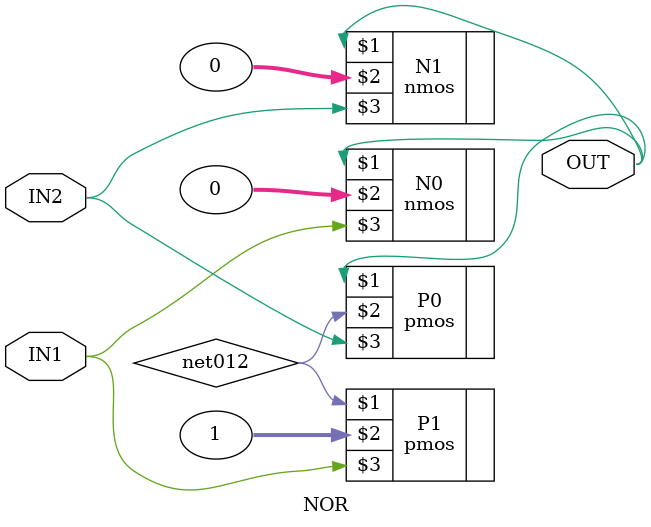
<source format=v>
`timescale 1ns / 1ns 

module NOR ( OUT, IN1, IN2 );
output  OUT;

input  IN1, IN2;


specify 
    specparam CDS_LIBNAME  = "ECE555";
    specparam CDS_CELLNAME = "NOR";
    specparam CDS_VIEWNAME = "schematic";
endspecify

nmos N1 ( OUT, 0, IN2);
nmos N0 ( OUT, 0, IN1);
pmos P1 ( net012, 1, IN1);
pmos P0 ( OUT, net012, IN2);

endmodule

</source>
